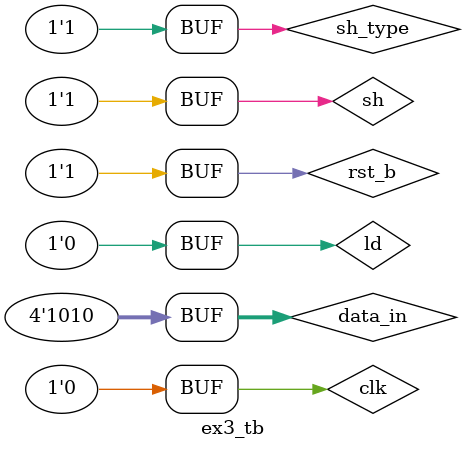
<source format=v>
module ex3 #(
    parameter w = 4,
    parameter rst_val = 0
)(
    input clk,
    input rst_b, //activ la 0
    input sh,   //activ la 1, shiftare dreapta
    input ld,   //activ la 1, sincrona; incarcare
    input sh_type, // 0 -> shiftare logica, 1 -> shiftare aritmetica(in C2)
    input [w - 1 : 0] data_in,
    output reg [w - 1 : 0] data_out
);

always @(posedge clk, negedge rst_b) begin
    if(!rst_b)
        data_out <= rst_val;
    else if(ld)
        data_out <= data_in;    // incarcare sincrona
    else if(sh)     // daca facem shift, trebuie sa verificam ce tip de shiftare facem
        if (sh_type)
                data_out <= {data_out[w-1], data_out[w-1:1]}; // Shiftare aritmetică
            else
                data_out <= {1'b0, data_out[w-1:1]}; // Shiftare logică
end 

endmodule

module ex3_tb;

reg clk;
reg rst_b;
reg sh;
reg ld;
reg sh_type;
reg [3:0] data_in;
wire [3:0] data_out;

ex3 #(
    .w(4),
    .rst_val(0)
) ex3_instanta(
    .clk(clk),
    .rst_b(rst_b),
    .sh(sh),
    .ld(ld),
    .sh_type(sh_type),
    .data_in(data_in),
    .data_out(data_out)
);

localparam CLK_PERIOD = 100;
localparam CLK_CYCLES = 10;

initial begin
    clk = 0;
    repeat (2 * CLK_CYCLES) #(CLK_PERIOD / 2) clk = ~clk;
end

localparam RST_DURATION = 25;

initial begin
    rst_b = 0;
    #(RST_DURATION) rst_b = 1;
end

initial begin
    $display("sh sh_type data_in data_out");
    $monitor("%b %b     %b %b", sh, sh_type, data_in, data_out);
    // load
    data_in = 4'b1010;
    ld = 1'b1;
    sh = 1'b0;
    sh_type = 1'b0;
    #CLK_PERIOD;

    // shiftare logica
    data_in = 4'b1010;
    ld = 1'b0;
    sh = 1'b1;
    sh_type = 1'b0;
    #CLK_PERIOD;

    // output should be 0010

    // shfitare aritmetica 
    data_in = 4'b1010;
    ld = 1'b1;
    sh = 1'b1;
    sh_type = 1'b1;
    #CLK_PERIOD;

    // output should be 1101

    data_in = 4'b1010;
    ld = 1'b0;
    sh = 1'b1;
    sh_type = 1'b1;
    #CLK_PERIOD;

    // output should be 1111
end

endmodule
</source>
